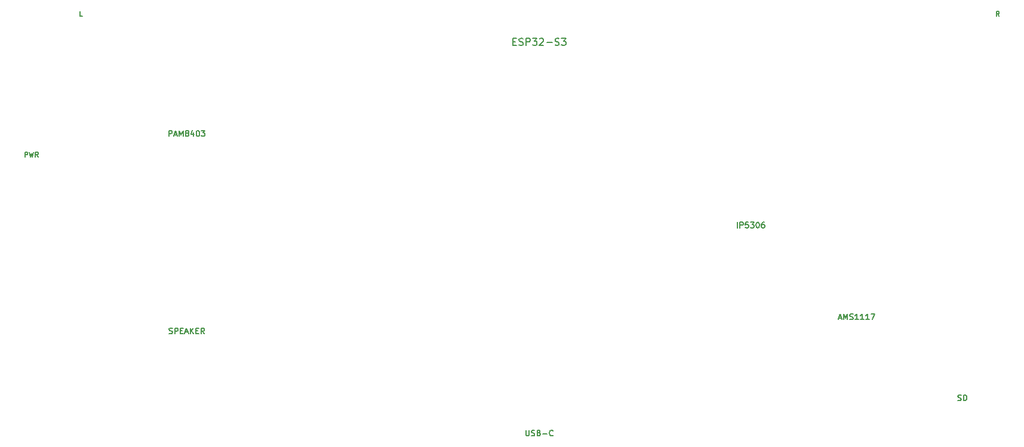
<source format=gbo>
%TF.GenerationSoftware,KiCad,Pcbnew,9.0.7*%
%TF.CreationDate,2026-02-12T07:24:45+00:00*%
%TF.ProjectId,esp32-emu-turbo,65737033-322d-4656-9d75-2d747572626f,rev?*%
%TF.SameCoordinates,Original*%
%TF.FileFunction,Legend,Bot*%
%TF.FilePolarity,Positive*%
%FSLAX46Y46*%
G04 Gerber Fmt 4.6, Leading zero omitted, Abs format (unit mm)*
G04 Created by KiCad (PCBNEW 9.0.7) date 2026-02-12 07:24:45*
%MOMM*%
%LPD*%
G01*
G04 APERTURE LIST*
%ADD10C,0.150000*%
G04 APERTURE END LIST*
D10*
X76285714Y-11431009D02*
X76619047Y-11431009D01*
X76761904Y-11954819D02*
X76285714Y-11954819D01*
X76285714Y-11954819D02*
X76285714Y-10954819D01*
X76285714Y-10954819D02*
X76761904Y-10954819D01*
X77142857Y-11907200D02*
X77285714Y-11954819D01*
X77285714Y-11954819D02*
X77523809Y-11954819D01*
X77523809Y-11954819D02*
X77619047Y-11907200D01*
X77619047Y-11907200D02*
X77666666Y-11859580D01*
X77666666Y-11859580D02*
X77714285Y-11764342D01*
X77714285Y-11764342D02*
X77714285Y-11669104D01*
X77714285Y-11669104D02*
X77666666Y-11573866D01*
X77666666Y-11573866D02*
X77619047Y-11526247D01*
X77619047Y-11526247D02*
X77523809Y-11478628D01*
X77523809Y-11478628D02*
X77333333Y-11431009D01*
X77333333Y-11431009D02*
X77238095Y-11383390D01*
X77238095Y-11383390D02*
X77190476Y-11335771D01*
X77190476Y-11335771D02*
X77142857Y-11240533D01*
X77142857Y-11240533D02*
X77142857Y-11145295D01*
X77142857Y-11145295D02*
X77190476Y-11050057D01*
X77190476Y-11050057D02*
X77238095Y-11002438D01*
X77238095Y-11002438D02*
X77333333Y-10954819D01*
X77333333Y-10954819D02*
X77571428Y-10954819D01*
X77571428Y-10954819D02*
X77714285Y-11002438D01*
X78142857Y-11954819D02*
X78142857Y-10954819D01*
X78142857Y-10954819D02*
X78523809Y-10954819D01*
X78523809Y-10954819D02*
X78619047Y-11002438D01*
X78619047Y-11002438D02*
X78666666Y-11050057D01*
X78666666Y-11050057D02*
X78714285Y-11145295D01*
X78714285Y-11145295D02*
X78714285Y-11288152D01*
X78714285Y-11288152D02*
X78666666Y-11383390D01*
X78666666Y-11383390D02*
X78619047Y-11431009D01*
X78619047Y-11431009D02*
X78523809Y-11478628D01*
X78523809Y-11478628D02*
X78142857Y-11478628D01*
X79047619Y-10954819D02*
X79666666Y-10954819D01*
X79666666Y-10954819D02*
X79333333Y-11335771D01*
X79333333Y-11335771D02*
X79476190Y-11335771D01*
X79476190Y-11335771D02*
X79571428Y-11383390D01*
X79571428Y-11383390D02*
X79619047Y-11431009D01*
X79619047Y-11431009D02*
X79666666Y-11526247D01*
X79666666Y-11526247D02*
X79666666Y-11764342D01*
X79666666Y-11764342D02*
X79619047Y-11859580D01*
X79619047Y-11859580D02*
X79571428Y-11907200D01*
X79571428Y-11907200D02*
X79476190Y-11954819D01*
X79476190Y-11954819D02*
X79190476Y-11954819D01*
X79190476Y-11954819D02*
X79095238Y-11907200D01*
X79095238Y-11907200D02*
X79047619Y-11859580D01*
X80047619Y-11050057D02*
X80095238Y-11002438D01*
X80095238Y-11002438D02*
X80190476Y-10954819D01*
X80190476Y-10954819D02*
X80428571Y-10954819D01*
X80428571Y-10954819D02*
X80523809Y-11002438D01*
X80523809Y-11002438D02*
X80571428Y-11050057D01*
X80571428Y-11050057D02*
X80619047Y-11145295D01*
X80619047Y-11145295D02*
X80619047Y-11240533D01*
X80619047Y-11240533D02*
X80571428Y-11383390D01*
X80571428Y-11383390D02*
X80000000Y-11954819D01*
X80000000Y-11954819D02*
X80619047Y-11954819D01*
X81047619Y-11573866D02*
X81809524Y-11573866D01*
X82238095Y-11907200D02*
X82380952Y-11954819D01*
X82380952Y-11954819D02*
X82619047Y-11954819D01*
X82619047Y-11954819D02*
X82714285Y-11907200D01*
X82714285Y-11907200D02*
X82761904Y-11859580D01*
X82761904Y-11859580D02*
X82809523Y-11764342D01*
X82809523Y-11764342D02*
X82809523Y-11669104D01*
X82809523Y-11669104D02*
X82761904Y-11573866D01*
X82761904Y-11573866D02*
X82714285Y-11526247D01*
X82714285Y-11526247D02*
X82619047Y-11478628D01*
X82619047Y-11478628D02*
X82428571Y-11431009D01*
X82428571Y-11431009D02*
X82333333Y-11383390D01*
X82333333Y-11383390D02*
X82285714Y-11335771D01*
X82285714Y-11335771D02*
X82238095Y-11240533D01*
X82238095Y-11240533D02*
X82238095Y-11145295D01*
X82238095Y-11145295D02*
X82285714Y-11050057D01*
X82285714Y-11050057D02*
X82333333Y-11002438D01*
X82333333Y-11002438D02*
X82428571Y-10954819D01*
X82428571Y-10954819D02*
X82666666Y-10954819D01*
X82666666Y-10954819D02*
X82809523Y-11002438D01*
X83142857Y-10954819D02*
X83761904Y-10954819D01*
X83761904Y-10954819D02*
X83428571Y-11335771D01*
X83428571Y-11335771D02*
X83571428Y-11335771D01*
X83571428Y-11335771D02*
X83666666Y-11383390D01*
X83666666Y-11383390D02*
X83714285Y-11431009D01*
X83714285Y-11431009D02*
X83761904Y-11526247D01*
X83761904Y-11526247D02*
X83761904Y-11764342D01*
X83761904Y-11764342D02*
X83714285Y-11859580D01*
X83714285Y-11859580D02*
X83666666Y-11907200D01*
X83666666Y-11907200D02*
X83571428Y-11954819D01*
X83571428Y-11954819D02*
X83285714Y-11954819D01*
X83285714Y-11954819D02*
X83190476Y-11907200D01*
X83190476Y-11907200D02*
X83142857Y-11859580D01*
X108076190Y-37862295D02*
X108076190Y-37062295D01*
X108457142Y-37862295D02*
X108457142Y-37062295D01*
X108457142Y-37062295D02*
X108761904Y-37062295D01*
X108761904Y-37062295D02*
X108838094Y-37100390D01*
X108838094Y-37100390D02*
X108876189Y-37138485D01*
X108876189Y-37138485D02*
X108914285Y-37214676D01*
X108914285Y-37214676D02*
X108914285Y-37328961D01*
X108914285Y-37328961D02*
X108876189Y-37405152D01*
X108876189Y-37405152D02*
X108838094Y-37443247D01*
X108838094Y-37443247D02*
X108761904Y-37481342D01*
X108761904Y-37481342D02*
X108457142Y-37481342D01*
X109638094Y-37062295D02*
X109257142Y-37062295D01*
X109257142Y-37062295D02*
X109219046Y-37443247D01*
X109219046Y-37443247D02*
X109257142Y-37405152D01*
X109257142Y-37405152D02*
X109333332Y-37367057D01*
X109333332Y-37367057D02*
X109523808Y-37367057D01*
X109523808Y-37367057D02*
X109599999Y-37405152D01*
X109599999Y-37405152D02*
X109638094Y-37443247D01*
X109638094Y-37443247D02*
X109676189Y-37519438D01*
X109676189Y-37519438D02*
X109676189Y-37709914D01*
X109676189Y-37709914D02*
X109638094Y-37786104D01*
X109638094Y-37786104D02*
X109599999Y-37824200D01*
X109599999Y-37824200D02*
X109523808Y-37862295D01*
X109523808Y-37862295D02*
X109333332Y-37862295D01*
X109333332Y-37862295D02*
X109257142Y-37824200D01*
X109257142Y-37824200D02*
X109219046Y-37786104D01*
X109942856Y-37062295D02*
X110438094Y-37062295D01*
X110438094Y-37062295D02*
X110171428Y-37367057D01*
X110171428Y-37367057D02*
X110285713Y-37367057D01*
X110285713Y-37367057D02*
X110361904Y-37405152D01*
X110361904Y-37405152D02*
X110399999Y-37443247D01*
X110399999Y-37443247D02*
X110438094Y-37519438D01*
X110438094Y-37519438D02*
X110438094Y-37709914D01*
X110438094Y-37709914D02*
X110399999Y-37786104D01*
X110399999Y-37786104D02*
X110361904Y-37824200D01*
X110361904Y-37824200D02*
X110285713Y-37862295D01*
X110285713Y-37862295D02*
X110057142Y-37862295D01*
X110057142Y-37862295D02*
X109980951Y-37824200D01*
X109980951Y-37824200D02*
X109942856Y-37786104D01*
X110933333Y-37062295D02*
X111009523Y-37062295D01*
X111009523Y-37062295D02*
X111085714Y-37100390D01*
X111085714Y-37100390D02*
X111123809Y-37138485D01*
X111123809Y-37138485D02*
X111161904Y-37214676D01*
X111161904Y-37214676D02*
X111199999Y-37367057D01*
X111199999Y-37367057D02*
X111199999Y-37557533D01*
X111199999Y-37557533D02*
X111161904Y-37709914D01*
X111161904Y-37709914D02*
X111123809Y-37786104D01*
X111123809Y-37786104D02*
X111085714Y-37824200D01*
X111085714Y-37824200D02*
X111009523Y-37862295D01*
X111009523Y-37862295D02*
X110933333Y-37862295D01*
X110933333Y-37862295D02*
X110857142Y-37824200D01*
X110857142Y-37824200D02*
X110819047Y-37786104D01*
X110819047Y-37786104D02*
X110780952Y-37709914D01*
X110780952Y-37709914D02*
X110742856Y-37557533D01*
X110742856Y-37557533D02*
X110742856Y-37367057D01*
X110742856Y-37367057D02*
X110780952Y-37214676D01*
X110780952Y-37214676D02*
X110819047Y-37138485D01*
X110819047Y-37138485D02*
X110857142Y-37100390D01*
X110857142Y-37100390D02*
X110933333Y-37062295D01*
X111885714Y-37062295D02*
X111733333Y-37062295D01*
X111733333Y-37062295D02*
X111657142Y-37100390D01*
X111657142Y-37100390D02*
X111619047Y-37138485D01*
X111619047Y-37138485D02*
X111542857Y-37252771D01*
X111542857Y-37252771D02*
X111504761Y-37405152D01*
X111504761Y-37405152D02*
X111504761Y-37709914D01*
X111504761Y-37709914D02*
X111542857Y-37786104D01*
X111542857Y-37786104D02*
X111580952Y-37824200D01*
X111580952Y-37824200D02*
X111657142Y-37862295D01*
X111657142Y-37862295D02*
X111809523Y-37862295D01*
X111809523Y-37862295D02*
X111885714Y-37824200D01*
X111885714Y-37824200D02*
X111923809Y-37786104D01*
X111923809Y-37786104D02*
X111961904Y-37709914D01*
X111961904Y-37709914D02*
X111961904Y-37519438D01*
X111961904Y-37519438D02*
X111923809Y-37443247D01*
X111923809Y-37443247D02*
X111885714Y-37405152D01*
X111885714Y-37405152D02*
X111809523Y-37367057D01*
X111809523Y-37367057D02*
X111657142Y-37367057D01*
X111657142Y-37367057D02*
X111580952Y-37405152D01*
X111580952Y-37405152D02*
X111542857Y-37443247D01*
X111542857Y-37443247D02*
X111504761Y-37519438D01*
X122447618Y-50633723D02*
X122828571Y-50633723D01*
X122371428Y-50862295D02*
X122638095Y-50062295D01*
X122638095Y-50062295D02*
X122904761Y-50862295D01*
X123171428Y-50862295D02*
X123171428Y-50062295D01*
X123171428Y-50062295D02*
X123438094Y-50633723D01*
X123438094Y-50633723D02*
X123704761Y-50062295D01*
X123704761Y-50062295D02*
X123704761Y-50862295D01*
X124047618Y-50824200D02*
X124161904Y-50862295D01*
X124161904Y-50862295D02*
X124352380Y-50862295D01*
X124352380Y-50862295D02*
X124428571Y-50824200D01*
X124428571Y-50824200D02*
X124466666Y-50786104D01*
X124466666Y-50786104D02*
X124504761Y-50709914D01*
X124504761Y-50709914D02*
X124504761Y-50633723D01*
X124504761Y-50633723D02*
X124466666Y-50557533D01*
X124466666Y-50557533D02*
X124428571Y-50519438D01*
X124428571Y-50519438D02*
X124352380Y-50481342D01*
X124352380Y-50481342D02*
X124199999Y-50443247D01*
X124199999Y-50443247D02*
X124123809Y-50405152D01*
X124123809Y-50405152D02*
X124085714Y-50367057D01*
X124085714Y-50367057D02*
X124047618Y-50290866D01*
X124047618Y-50290866D02*
X124047618Y-50214676D01*
X124047618Y-50214676D02*
X124085714Y-50138485D01*
X124085714Y-50138485D02*
X124123809Y-50100390D01*
X124123809Y-50100390D02*
X124199999Y-50062295D01*
X124199999Y-50062295D02*
X124390476Y-50062295D01*
X124390476Y-50062295D02*
X124504761Y-50100390D01*
X125266666Y-50862295D02*
X124809523Y-50862295D01*
X125038095Y-50862295D02*
X125038095Y-50062295D01*
X125038095Y-50062295D02*
X124961904Y-50176580D01*
X124961904Y-50176580D02*
X124885714Y-50252771D01*
X124885714Y-50252771D02*
X124809523Y-50290866D01*
X126028571Y-50862295D02*
X125571428Y-50862295D01*
X125800000Y-50862295D02*
X125800000Y-50062295D01*
X125800000Y-50062295D02*
X125723809Y-50176580D01*
X125723809Y-50176580D02*
X125647619Y-50252771D01*
X125647619Y-50252771D02*
X125571428Y-50290866D01*
X126790476Y-50862295D02*
X126333333Y-50862295D01*
X126561905Y-50862295D02*
X126561905Y-50062295D01*
X126561905Y-50062295D02*
X126485714Y-50176580D01*
X126485714Y-50176580D02*
X126409524Y-50252771D01*
X126409524Y-50252771D02*
X126333333Y-50290866D01*
X127057143Y-50062295D02*
X127590477Y-50062295D01*
X127590477Y-50062295D02*
X127247619Y-50862295D01*
X27466666Y-24862295D02*
X27466666Y-24062295D01*
X27466666Y-24062295D02*
X27771428Y-24062295D01*
X27771428Y-24062295D02*
X27847618Y-24100390D01*
X27847618Y-24100390D02*
X27885713Y-24138485D01*
X27885713Y-24138485D02*
X27923809Y-24214676D01*
X27923809Y-24214676D02*
X27923809Y-24328961D01*
X27923809Y-24328961D02*
X27885713Y-24405152D01*
X27885713Y-24405152D02*
X27847618Y-24443247D01*
X27847618Y-24443247D02*
X27771428Y-24481342D01*
X27771428Y-24481342D02*
X27466666Y-24481342D01*
X28228570Y-24633723D02*
X28609523Y-24633723D01*
X28152380Y-24862295D02*
X28419047Y-24062295D01*
X28419047Y-24062295D02*
X28685713Y-24862295D01*
X28952380Y-24862295D02*
X28952380Y-24062295D01*
X28952380Y-24062295D02*
X29219046Y-24633723D01*
X29219046Y-24633723D02*
X29485713Y-24062295D01*
X29485713Y-24062295D02*
X29485713Y-24862295D01*
X29980951Y-24405152D02*
X29904761Y-24367057D01*
X29904761Y-24367057D02*
X29866666Y-24328961D01*
X29866666Y-24328961D02*
X29828570Y-24252771D01*
X29828570Y-24252771D02*
X29828570Y-24214676D01*
X29828570Y-24214676D02*
X29866666Y-24138485D01*
X29866666Y-24138485D02*
X29904761Y-24100390D01*
X29904761Y-24100390D02*
X29980951Y-24062295D01*
X29980951Y-24062295D02*
X30133332Y-24062295D01*
X30133332Y-24062295D02*
X30209523Y-24100390D01*
X30209523Y-24100390D02*
X30247618Y-24138485D01*
X30247618Y-24138485D02*
X30285713Y-24214676D01*
X30285713Y-24214676D02*
X30285713Y-24252771D01*
X30285713Y-24252771D02*
X30247618Y-24328961D01*
X30247618Y-24328961D02*
X30209523Y-24367057D01*
X30209523Y-24367057D02*
X30133332Y-24405152D01*
X30133332Y-24405152D02*
X29980951Y-24405152D01*
X29980951Y-24405152D02*
X29904761Y-24443247D01*
X29904761Y-24443247D02*
X29866666Y-24481342D01*
X29866666Y-24481342D02*
X29828570Y-24557533D01*
X29828570Y-24557533D02*
X29828570Y-24709914D01*
X29828570Y-24709914D02*
X29866666Y-24786104D01*
X29866666Y-24786104D02*
X29904761Y-24824200D01*
X29904761Y-24824200D02*
X29980951Y-24862295D01*
X29980951Y-24862295D02*
X30133332Y-24862295D01*
X30133332Y-24862295D02*
X30209523Y-24824200D01*
X30209523Y-24824200D02*
X30247618Y-24786104D01*
X30247618Y-24786104D02*
X30285713Y-24709914D01*
X30285713Y-24709914D02*
X30285713Y-24557533D01*
X30285713Y-24557533D02*
X30247618Y-24481342D01*
X30247618Y-24481342D02*
X30209523Y-24443247D01*
X30209523Y-24443247D02*
X30133332Y-24405152D01*
X30971428Y-24328961D02*
X30971428Y-24862295D01*
X30780952Y-24024200D02*
X30590475Y-24595628D01*
X30590475Y-24595628D02*
X31085714Y-24595628D01*
X31542857Y-24062295D02*
X31619047Y-24062295D01*
X31619047Y-24062295D02*
X31695238Y-24100390D01*
X31695238Y-24100390D02*
X31733333Y-24138485D01*
X31733333Y-24138485D02*
X31771428Y-24214676D01*
X31771428Y-24214676D02*
X31809523Y-24367057D01*
X31809523Y-24367057D02*
X31809523Y-24557533D01*
X31809523Y-24557533D02*
X31771428Y-24709914D01*
X31771428Y-24709914D02*
X31733333Y-24786104D01*
X31733333Y-24786104D02*
X31695238Y-24824200D01*
X31695238Y-24824200D02*
X31619047Y-24862295D01*
X31619047Y-24862295D02*
X31542857Y-24862295D01*
X31542857Y-24862295D02*
X31466666Y-24824200D01*
X31466666Y-24824200D02*
X31428571Y-24786104D01*
X31428571Y-24786104D02*
X31390476Y-24709914D01*
X31390476Y-24709914D02*
X31352380Y-24557533D01*
X31352380Y-24557533D02*
X31352380Y-24367057D01*
X31352380Y-24367057D02*
X31390476Y-24214676D01*
X31390476Y-24214676D02*
X31428571Y-24138485D01*
X31428571Y-24138485D02*
X31466666Y-24100390D01*
X31466666Y-24100390D02*
X31542857Y-24062295D01*
X32076190Y-24062295D02*
X32571428Y-24062295D01*
X32571428Y-24062295D02*
X32304762Y-24367057D01*
X32304762Y-24367057D02*
X32419047Y-24367057D01*
X32419047Y-24367057D02*
X32495238Y-24405152D01*
X32495238Y-24405152D02*
X32533333Y-24443247D01*
X32533333Y-24443247D02*
X32571428Y-24519438D01*
X32571428Y-24519438D02*
X32571428Y-24709914D01*
X32571428Y-24709914D02*
X32533333Y-24786104D01*
X32533333Y-24786104D02*
X32495238Y-24824200D01*
X32495238Y-24824200D02*
X32419047Y-24862295D01*
X32419047Y-24862295D02*
X32190476Y-24862295D01*
X32190476Y-24862295D02*
X32114285Y-24824200D01*
X32114285Y-24824200D02*
X32076190Y-24786104D01*
X78095238Y-66562295D02*
X78095238Y-67209914D01*
X78095238Y-67209914D02*
X78133333Y-67286104D01*
X78133333Y-67286104D02*
X78171428Y-67324200D01*
X78171428Y-67324200D02*
X78247619Y-67362295D01*
X78247619Y-67362295D02*
X78400000Y-67362295D01*
X78400000Y-67362295D02*
X78476190Y-67324200D01*
X78476190Y-67324200D02*
X78514285Y-67286104D01*
X78514285Y-67286104D02*
X78552381Y-67209914D01*
X78552381Y-67209914D02*
X78552381Y-66562295D01*
X78895237Y-67324200D02*
X79009523Y-67362295D01*
X79009523Y-67362295D02*
X79199999Y-67362295D01*
X79199999Y-67362295D02*
X79276190Y-67324200D01*
X79276190Y-67324200D02*
X79314285Y-67286104D01*
X79314285Y-67286104D02*
X79352380Y-67209914D01*
X79352380Y-67209914D02*
X79352380Y-67133723D01*
X79352380Y-67133723D02*
X79314285Y-67057533D01*
X79314285Y-67057533D02*
X79276190Y-67019438D01*
X79276190Y-67019438D02*
X79199999Y-66981342D01*
X79199999Y-66981342D02*
X79047618Y-66943247D01*
X79047618Y-66943247D02*
X78971428Y-66905152D01*
X78971428Y-66905152D02*
X78933333Y-66867057D01*
X78933333Y-66867057D02*
X78895237Y-66790866D01*
X78895237Y-66790866D02*
X78895237Y-66714676D01*
X78895237Y-66714676D02*
X78933333Y-66638485D01*
X78933333Y-66638485D02*
X78971428Y-66600390D01*
X78971428Y-66600390D02*
X79047618Y-66562295D01*
X79047618Y-66562295D02*
X79238095Y-66562295D01*
X79238095Y-66562295D02*
X79352380Y-66600390D01*
X79961904Y-66943247D02*
X80076190Y-66981342D01*
X80076190Y-66981342D02*
X80114285Y-67019438D01*
X80114285Y-67019438D02*
X80152381Y-67095628D01*
X80152381Y-67095628D02*
X80152381Y-67209914D01*
X80152381Y-67209914D02*
X80114285Y-67286104D01*
X80114285Y-67286104D02*
X80076190Y-67324200D01*
X80076190Y-67324200D02*
X80000000Y-67362295D01*
X80000000Y-67362295D02*
X79695238Y-67362295D01*
X79695238Y-67362295D02*
X79695238Y-66562295D01*
X79695238Y-66562295D02*
X79961904Y-66562295D01*
X79961904Y-66562295D02*
X80038095Y-66600390D01*
X80038095Y-66600390D02*
X80076190Y-66638485D01*
X80076190Y-66638485D02*
X80114285Y-66714676D01*
X80114285Y-66714676D02*
X80114285Y-66790866D01*
X80114285Y-66790866D02*
X80076190Y-66867057D01*
X80076190Y-66867057D02*
X80038095Y-66905152D01*
X80038095Y-66905152D02*
X79961904Y-66943247D01*
X79961904Y-66943247D02*
X79695238Y-66943247D01*
X80495238Y-67057533D02*
X81104762Y-67057533D01*
X81942857Y-67286104D02*
X81904761Y-67324200D01*
X81904761Y-67324200D02*
X81790476Y-67362295D01*
X81790476Y-67362295D02*
X81714285Y-67362295D01*
X81714285Y-67362295D02*
X81599999Y-67324200D01*
X81599999Y-67324200D02*
X81523809Y-67248009D01*
X81523809Y-67248009D02*
X81485714Y-67171819D01*
X81485714Y-67171819D02*
X81447618Y-67019438D01*
X81447618Y-67019438D02*
X81447618Y-66905152D01*
X81447618Y-66905152D02*
X81485714Y-66752771D01*
X81485714Y-66752771D02*
X81523809Y-66676580D01*
X81523809Y-66676580D02*
X81599999Y-66600390D01*
X81599999Y-66600390D02*
X81714285Y-66562295D01*
X81714285Y-66562295D02*
X81790476Y-66562295D01*
X81790476Y-66562295D02*
X81904761Y-66600390D01*
X81904761Y-66600390D02*
X81942857Y-66638485D01*
X139371428Y-62324200D02*
X139485714Y-62362295D01*
X139485714Y-62362295D02*
X139676190Y-62362295D01*
X139676190Y-62362295D02*
X139752381Y-62324200D01*
X139752381Y-62324200D02*
X139790476Y-62286104D01*
X139790476Y-62286104D02*
X139828571Y-62209914D01*
X139828571Y-62209914D02*
X139828571Y-62133723D01*
X139828571Y-62133723D02*
X139790476Y-62057533D01*
X139790476Y-62057533D02*
X139752381Y-62019438D01*
X139752381Y-62019438D02*
X139676190Y-61981342D01*
X139676190Y-61981342D02*
X139523809Y-61943247D01*
X139523809Y-61943247D02*
X139447619Y-61905152D01*
X139447619Y-61905152D02*
X139409524Y-61867057D01*
X139409524Y-61867057D02*
X139371428Y-61790866D01*
X139371428Y-61790866D02*
X139371428Y-61714676D01*
X139371428Y-61714676D02*
X139409524Y-61638485D01*
X139409524Y-61638485D02*
X139447619Y-61600390D01*
X139447619Y-61600390D02*
X139523809Y-61562295D01*
X139523809Y-61562295D02*
X139714286Y-61562295D01*
X139714286Y-61562295D02*
X139828571Y-61600390D01*
X140171429Y-62362295D02*
X140171429Y-61562295D01*
X140171429Y-61562295D02*
X140361905Y-61562295D01*
X140361905Y-61562295D02*
X140476191Y-61600390D01*
X140476191Y-61600390D02*
X140552381Y-61676580D01*
X140552381Y-61676580D02*
X140590476Y-61752771D01*
X140590476Y-61752771D02*
X140628572Y-61905152D01*
X140628572Y-61905152D02*
X140628572Y-62019438D01*
X140628572Y-62019438D02*
X140590476Y-62171819D01*
X140590476Y-62171819D02*
X140552381Y-62248009D01*
X140552381Y-62248009D02*
X140476191Y-62324200D01*
X140476191Y-62324200D02*
X140361905Y-62362295D01*
X140361905Y-62362295D02*
X140171429Y-62362295D01*
X7066666Y-27816033D02*
X7066666Y-27116033D01*
X7066666Y-27116033D02*
X7333333Y-27116033D01*
X7333333Y-27116033D02*
X7400000Y-27149366D01*
X7400000Y-27149366D02*
X7433333Y-27182700D01*
X7433333Y-27182700D02*
X7466666Y-27249366D01*
X7466666Y-27249366D02*
X7466666Y-27349366D01*
X7466666Y-27349366D02*
X7433333Y-27416033D01*
X7433333Y-27416033D02*
X7400000Y-27449366D01*
X7400000Y-27449366D02*
X7333333Y-27482700D01*
X7333333Y-27482700D02*
X7066666Y-27482700D01*
X7700000Y-27116033D02*
X7866666Y-27816033D01*
X7866666Y-27816033D02*
X8000000Y-27316033D01*
X8000000Y-27316033D02*
X8133333Y-27816033D01*
X8133333Y-27816033D02*
X8300000Y-27116033D01*
X8966666Y-27816033D02*
X8733333Y-27482700D01*
X8566666Y-27816033D02*
X8566666Y-27116033D01*
X8566666Y-27116033D02*
X8833333Y-27116033D01*
X8833333Y-27116033D02*
X8900000Y-27149366D01*
X8900000Y-27149366D02*
X8933333Y-27182700D01*
X8933333Y-27182700D02*
X8966666Y-27249366D01*
X8966666Y-27249366D02*
X8966666Y-27349366D01*
X8966666Y-27349366D02*
X8933333Y-27416033D01*
X8933333Y-27416033D02*
X8900000Y-27449366D01*
X8900000Y-27449366D02*
X8833333Y-27482700D01*
X8833333Y-27482700D02*
X8566666Y-27482700D01*
X27504761Y-52824200D02*
X27619047Y-52862295D01*
X27619047Y-52862295D02*
X27809523Y-52862295D01*
X27809523Y-52862295D02*
X27885714Y-52824200D01*
X27885714Y-52824200D02*
X27923809Y-52786104D01*
X27923809Y-52786104D02*
X27961904Y-52709914D01*
X27961904Y-52709914D02*
X27961904Y-52633723D01*
X27961904Y-52633723D02*
X27923809Y-52557533D01*
X27923809Y-52557533D02*
X27885714Y-52519438D01*
X27885714Y-52519438D02*
X27809523Y-52481342D01*
X27809523Y-52481342D02*
X27657142Y-52443247D01*
X27657142Y-52443247D02*
X27580952Y-52405152D01*
X27580952Y-52405152D02*
X27542857Y-52367057D01*
X27542857Y-52367057D02*
X27504761Y-52290866D01*
X27504761Y-52290866D02*
X27504761Y-52214676D01*
X27504761Y-52214676D02*
X27542857Y-52138485D01*
X27542857Y-52138485D02*
X27580952Y-52100390D01*
X27580952Y-52100390D02*
X27657142Y-52062295D01*
X27657142Y-52062295D02*
X27847619Y-52062295D01*
X27847619Y-52062295D02*
X27961904Y-52100390D01*
X28304762Y-52862295D02*
X28304762Y-52062295D01*
X28304762Y-52062295D02*
X28609524Y-52062295D01*
X28609524Y-52062295D02*
X28685714Y-52100390D01*
X28685714Y-52100390D02*
X28723809Y-52138485D01*
X28723809Y-52138485D02*
X28761905Y-52214676D01*
X28761905Y-52214676D02*
X28761905Y-52328961D01*
X28761905Y-52328961D02*
X28723809Y-52405152D01*
X28723809Y-52405152D02*
X28685714Y-52443247D01*
X28685714Y-52443247D02*
X28609524Y-52481342D01*
X28609524Y-52481342D02*
X28304762Y-52481342D01*
X29104762Y-52443247D02*
X29371428Y-52443247D01*
X29485714Y-52862295D02*
X29104762Y-52862295D01*
X29104762Y-52862295D02*
X29104762Y-52062295D01*
X29104762Y-52062295D02*
X29485714Y-52062295D01*
X29790476Y-52633723D02*
X30171429Y-52633723D01*
X29714286Y-52862295D02*
X29980953Y-52062295D01*
X29980953Y-52062295D02*
X30247619Y-52862295D01*
X30514286Y-52862295D02*
X30514286Y-52062295D01*
X30971429Y-52862295D02*
X30628571Y-52405152D01*
X30971429Y-52062295D02*
X30514286Y-52519438D01*
X31314286Y-52443247D02*
X31580952Y-52443247D01*
X31695238Y-52862295D02*
X31314286Y-52862295D01*
X31314286Y-52862295D02*
X31314286Y-52062295D01*
X31314286Y-52062295D02*
X31695238Y-52062295D01*
X32495239Y-52862295D02*
X32228572Y-52481342D01*
X32038096Y-52862295D02*
X32038096Y-52062295D01*
X32038096Y-52062295D02*
X32342858Y-52062295D01*
X32342858Y-52062295D02*
X32419048Y-52100390D01*
X32419048Y-52100390D02*
X32457143Y-52138485D01*
X32457143Y-52138485D02*
X32495239Y-52214676D01*
X32495239Y-52214676D02*
X32495239Y-52328961D01*
X32495239Y-52328961D02*
X32457143Y-52405152D01*
X32457143Y-52405152D02*
X32419048Y-52443247D01*
X32419048Y-52443247D02*
X32342858Y-52481342D01*
X32342858Y-52481342D02*
X32038096Y-52481342D01*
X15216667Y-7816033D02*
X14883333Y-7816033D01*
X14883333Y-7816033D02*
X14883333Y-7116033D01*
X145216666Y-7816033D02*
X144983333Y-7482700D01*
X144816666Y-7816033D02*
X144816666Y-7116033D01*
X144816666Y-7116033D02*
X145083333Y-7116033D01*
X145083333Y-7116033D02*
X145150000Y-7149366D01*
X145150000Y-7149366D02*
X145183333Y-7182700D01*
X145183333Y-7182700D02*
X145216666Y-7249366D01*
X145216666Y-7249366D02*
X145216666Y-7349366D01*
X145216666Y-7349366D02*
X145183333Y-7416033D01*
X145183333Y-7416033D02*
X145150000Y-7449366D01*
X145150000Y-7449366D02*
X145083333Y-7482700D01*
X145083333Y-7482700D02*
X144816666Y-7482700D01*
M02*

</source>
